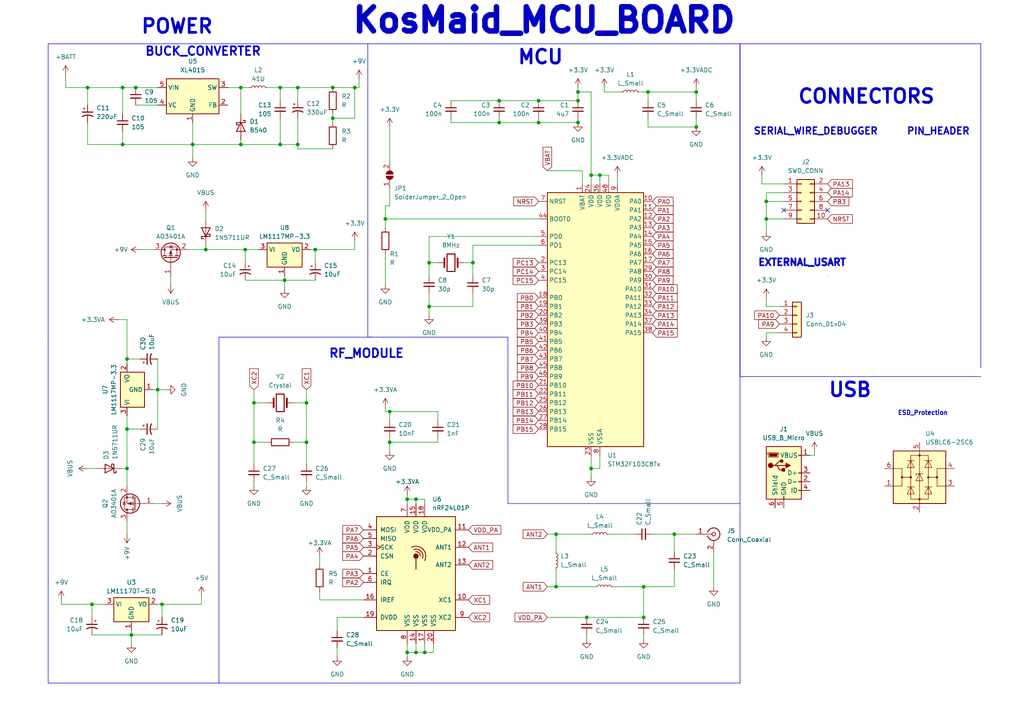
<source format=kicad_sch>
(kicad_sch (version 20230121) (generator eeschema)
  (paper "A4")
  (lib_symbols
    (symbol "Connector:Conn_Coaxial" (pin_names (offset 1.016) hide)
      (property "Reference" "J" (at 0.254 3.048 0))
      (property "Value" "Conn_Coaxial" (at 2.921 0 90))
      (symbol "Conn_Coaxial_1_1"
        (pin passive line (at -5.08 0 0) (length 2.54) (name "In") (number "1"))
        (pin passive line (at 0 -5.08 90) (length 2.54) (name "Ext") (number "2"))
      )
    )
    (symbol "Connector:Screw_Terminal_01x02" (pin_names (offset 1.016) hide)
      (property "Reference" "J" (at 0 2.54 0))
      (property "Value" "Screw_Terminal_01x02" (at 0 -5.08 0))
      (symbol "Screw_Terminal_01x02_1_1"
        (pin passive line (at -5.08 0 0) (length 3.81) (name "Pin_1") (number "1"))
        (pin passive line (at -5.08 -2.54 0) (length 3.81) (name "Pin_2") (number "2"))
      )
    )
    (symbol "Connector:USB_B_Micro" (pin_names (offset 1.016))
      (property "Reference" "J" (at -5.08 11.43 0))
      (property "Value" "USB_B_Micro" (at -5.08 8.89 0))
      (symbol "USB_B_Micro_1_1"
        (pin power_out line (at 7.62 5.08 180) (length 2.54) (name "VBUS") (number "1"))
        (pin bidirectional line (at 7.62 -2.54 180) (length 2.54) (name "D-") (number "2"))
        (pin bidirectional line (at 7.62 0 180) (length 2.54) (name "D+") (number "3"))
        (pin passive line (at 7.62 -5.08 180) (length 2.54) (name "ID") (number "4"))
        (pin power_out line (at 0 -10.16 90) (length 2.54) (name "GND") (number "5"))
        (pin passive line (at -2.54 -10.16 90) (length 2.54) (name "Shield") (number "6"))
      )
    )
    (symbol "Connector_Generic:Conn_01x04" (pin_names (offset 1.016) hide)
      (property "Reference" "J" (at 0 5.08 0))
      (property "Value" "Conn_01x04" (at 0 -7.62 0))
      (symbol "Conn_01x04_1_1"
        (pin passive line (at -5.08 2.54 0) (length 3.81) (name "Pin_1") (number "1"))
        (pin passive line (at -5.08 0 0) (length 3.81) (name "Pin_2") (number "2"))
        (pin passive line (at -5.08 -2.54 0) (length 3.81) (name "Pin_3") (number "3"))
        (pin passive line (at -5.08 -5.08 0) (length 3.81) (name "Pin_4") (number "4"))
      )
    )
    (symbol "Connector_Generic:Conn_02x05_Odd_Even" (pin_names (offset 1.016) hide)
      (property "Reference" "J" (at 1.27 7.62 0))
      (property "Value" "Conn_02x05_Odd_Even" (at 1.27 -7.62 0))
      (symbol "Conn_02x05_Odd_Even_1_1"
        (pin passive line (at -5.08 5.08 0) (length 3.81) (name "Pin_1") (number "1"))
        (pin passive line (at 7.62 -5.08 180) (length 3.81) (name "Pin_10") (number "10"))
        (pin passive line (at 7.62 5.08 180) (length 3.81) (name "Pin_2") (number "2"))
        (pin passive line (at -5.08 2.54 0) (length 3.81) (name "Pin_3") (number "3"))
        (pin passive line (at 7.62 2.54 180) (length 3.81) (name "Pin_4") (number "4"))
        (pin passive line (at -5.08 0 0) (length 3.81) (name "Pin_5") (number "5"))
        (pin passive line (at 7.62 0 180) (length 3.81) (name "Pin_6") (number "6"))
        (pin passive line (at -5.08 -2.54 0) (length 3.81) (name "Pin_7") (number "7"))
        (pin passive line (at 7.62 -2.54 180) (length 3.81) (name "Pin_8") (number "8"))
        (pin passive line (at -5.08 -5.08 0) (length 3.81) (name "Pin_9") (number "9"))
      )
    )
    (symbol "Device:C_Polarized_Small_US" (pin_numbers hide) (pin_names (offset 0.254) hide)
      (property "Reference" "C" (at 0.254 1.778 0))
      (property "Value" "C_Polarized_Small_US" (at 0.254 -2.032 0))
      (symbol "C_Polarized_Small_US_1_1"
        (pin passive line (at 0 2.54 270) (length 2.032) (name "~") (number "1"))
        (pin passive line (at 0 -2.54 90) (length 2.032) (name "~") (number "2"))
      )
    )
    (symbol "Device:C_Small" (pin_numbers hide) (pin_names (offset 0.254) hide)
      (property "Reference" "C" (at 0.254 1.778 0))
      (property "Value" "C_Small" (at 0.254 -2.032 0))
      (symbol "C_Small_1_1"
        (pin passive line (at 0 2.54 270) (length 2.032) (name "~") (number "1"))
        (pin passive line (at 0 -2.54 90) (length 2.032) (name "~") (number "2"))
      )
    )
    (symbol "Device:Crystal" (pin_numbers hide) (pin_names (offset 1.016) hide)
      (property "Reference" "Y" (at 0 3.81 0))
      (property "Value" "Crystal" (at 0 -3.81 0))
      (symbol "Crystal_1_1"
        (pin passive line (at -3.81 0 0) (length 1.27) (name "1") (number "1"))
        (pin passive line (at 3.81 0 180) (length 1.27) (name "2") (number "2"))
      )
    )
    (symbol "Device:D_Schottky" (pin_numbers hide) (pin_names (offset 1.016) hide)
      (property "Reference" "D" (at 0 2.54 0))
      (property "Value" "D_Schottky" (at 0 -2.54 0))
      (symbol "D_Schottky_1_1"
        (pin passive line (at -3.81 0 0) (length 2.54) (name "K") (number "1"))
        (pin passive line (at 3.81 0 180) (length 2.54) (name "A") (number "2"))
      )
    )
    (symbol "Device:L_Small" (pin_numbers hide) (pin_names (offset 0.254) hide)
      (property "Reference" "L" (at 0.762 1.016 0))
      (property "Value" "L_Small" (at 0.762 -1.016 0))
      (symbol "L_Small_1_1"
        (pin passive line (at 0 2.54 270) (length 0.508) (name "~") (number "1"))
        (pin passive line (at 0 -2.54 90) (length 0.508) (name "~") (number "2"))
      )
    )
    (symbol "Device:R" (pin_numbers hide) (pin_names (offset 0))
      (property "Reference" "R" (at 2.032 0 90))
      (property "Value" "R" (at 0 0 90))
      (symbol "R_1_1"
        (pin passive line (at 0 3.81 270) (length 1.27) (name "~") (number "1"))
        (pin passive line (at 0 -3.81 90) (length 1.27) (name "~") (number "2"))
      )
    )
    (symbol "Diode:1N5711UR" (pin_numbers hide) (pin_names (offset 1.016) hide)
      (property "Reference" "D" (at 0 2.54 0))
      (property "Value" "1N5711UR" (at 0 -2.54 0))
      (symbol "1N5711UR_1_1"
        (pin passive line (at -3.81 0 0) (length 2.54) (name "K") (number "1"))
        (pin passive line (at 3.81 0 180) (length 2.54) (name "A") (number "2"))
      )
    )
    (symbol "Jumper:SolderJumper_2_Open" (pin_names (offset 0) hide)
      (property "Reference" "JP" (at 0 2.032 0))
      (property "Value" "SolderJumper_2_Open" (at 0 -2.54 0))
      (symbol "SolderJumper_2_Open_1_1"
        (pin passive line (at -3.81 0 0) (length 2.54) (name "A") (number "1"))
        (pin passive line (at 3.81 0 180) (length 2.54) (name "B") (number "2"))
      )
    )
    (symbol "MCU_ST_STM32F1:STM32F103C8Tx"
      (property "Reference" "U" (at -12.7 39.37 0))
      (property "Value" "STM32F103C8Tx" (at 10.16 39.37 0))
      (symbol "STM32F103C8Tx_1_1"
        (pin power_in line (at -2.54 40.64 270) (length 2.54) (name "VBAT") (number "1"))
        (pin bidirectional line (at 17.78 35.56 180) (length 2.54) (name "PA0") (number "10"))
        (pin bidirectional line (at 17.78 33.02 180) (length 2.54) (name "PA1") (number "11"))
        (pin bidirectional line (at 17.78 30.48 180) (length 2.54) (name "PA2") (number "12"))
        (pin bidirectional line (at 17.78 27.94 180) (length 2.54) (name "PA3") (number "13"))
        (pin bidirectional line (at 17.78 25.4 180) (length 2.54) (name "PA4") (number "14"))
        (pin bidirectional line (at 17.78 22.86 180) (length 2.54) (name "PA5") (number "15"))
        (pin bidirectional line (at 17.78 20.32 180) (length 2.54) (name "PA6") (number "16"))
        (pin bidirectional line (at 17.78 17.78 180) (length 2.54) (name "PA7") (number "17"))
        (pin bidirectional line (at -15.24 7.62 0) (length 2.54) (name "PB0") (number "18"))
        (pin bidirectional line (at -15.24 5.08 0) (length 2.54) (name "PB1") (number "19"))
        (pin bidirectional line (at -15.24 17.78 0) (length 2.54) (name "PC13") (number "2"))
        (pin bidirectional line (at -15.24 2.54 0) (length 2.54) (name "PB2") (number "20"))
        (pin bidirectional line (at -15.24 -17.78 0) (length 2.54) (name "PB10") (number "21"))
        (pin bidirectional line (at -15.24 -20.32 0) (length 2.54) (name "PB11") (number "22"))
        (pin power_in line (at 0 -38.1 90) (length 2.54) (name "VSS") (number "23"))
        (pin power_in line (at 0 40.64 270) (length 2.54) (name "VDD") (number "24"))
        (pin bidirectional line (at -15.24 -22.86 0) (length 2.54) (name "PB12") (number "25"))
        (pin bidirectional line (at -15.24 -25.4 0) (length 2.54) (name "PB13") (number "26"))
        (pin bidirectional line (at -15.24 -27.94 0) (length 2.54) (name "PB14") (number "27"))
        (pin bidirectional line (at -15.24 -30.48 0) (length 2.54) (name "PB15") (number "28"))
        (pin bidirectional line (at 17.78 15.24 180) (length 2.54) (name "PA8") (number "29"))
        (pin bidirectional line (at -15.24 15.24 0) (length 2.54) (name "PC14") (number "3"))
        (pin bidirectional line (at 17.78 12.7 180) (length 2.54) (name "PA9") (number "30"))
        (pin bidirectional line (at 17.78 10.16 180) (length 2.54) (name "PA10") (number "31"))
        (pin bidirectional line (at 17.78 7.62 180) (length 2.54) (name "PA11") (number "32"))
        (pin bidirectional line (at 17.78 5.08 180) (length 2.54) (name "PA12") (number "33"))
        (pin bidirectional line (at 17.78 2.54 180) (length 2.54) (name "PA13") (number "34"))
        (pin passive line (at 0 -38.1 90) (length 2.54) hide (name "VSS") (number "35"))
        (pin power_in line (at 2.54 40.64 270) (length 2.54) (name "VDD") (number "36"))
        (pin bidirectional line (at 17.78 0 180) (length 2.54) (name "PA14") (number "37"))
        (pin bidirectional line (at 17.78 -2.54 180) (length 2.54) (name "PA15") (number "38"))
        (pin bidirectional line (at -15.24 0 0) (length 2.54) (name "PB3") (number "39"))
        (pin bidirectional line (at -15.24 12.7 0) (length 2.54) (name "PC15") (number "4"))
        (pin bidirectional line (at -15.24 -2.54 0) (length 2.54) (name "PB4") (number "40"))
        (pin bidirectional line (at -15.24 -5.08 0) (length 2.54) (name "PB5") (number "41"))
        (pin bidirectional line (at -15.24 -7.62 0) (length 2.54) (name "PB6") (number "42"))
        (pin bidirectional line (at -15.24 -10.16 0) (length 2.54) (name "PB7") (number "43"))
        (pin input line (at -15.24 30.48 0) (length 2.54) (name "BOOT0") (number "44"))
        (pin bidirectional line (at -15.24 -12.7 0) (length 2.54) (name "PB8") (number "45"))
        (pin bidirectional line (at -15.24 -15.24 0) (length 2.54) (name "PB9") (number "46"))
        (pin passive line (at 0 -38.1 90) (length 2.54) hide (name "VSS") (number "47"))
        (pin power_in line (at 5.08 40.64 270) (length 2.54) (name "VDD") (number "48"))
        (pin bidirectional line (at -15.24 25.4 0) (length 2.54) (name "PD0") (number "5"))
        (pin bidirectional line (at -15.24 22.86 0) (length 2.54) (name "PD1") (number "6"))
        (pin input line (at -15.24 35.56 0) (length 2.54) (name "NRST") (number "7"))
        (pin power_in line (at 2.54 -38.1 90) (length 2.54) (name "VSSA") (number "8"))
        (pin power_in line (at 7.62 40.64 270) (length 2.54) (name "VDDA") (number "9"))
      )
    )
    (symbol "Power_Protection:USBLC6-2SC6" (pin_names hide)
      (property "Reference" "U" (at 2.54 8.89 0))
      (property "Value" "USBLC6-2SC6" (at 2.54 -8.89 0))
      (symbol "USBLC6-2SC6_1_1"
        (pin passive line (at -10.16 -2.54 0) (length 2.54) (name "I/O1") (number "1"))
        (pin passive line (at 0 -10.16 90) (length 2.54) (name "GND") (number "2"))
        (pin passive line (at 10.16 -2.54 180) (length 2.54) (name "I/O2") (number "3"))
        (pin passive line (at 10.16 2.54 180) (length 2.54) (name "I/O2") (number "4"))
        (pin passive line (at 0 10.16 270) (length 2.54) (name "VBUS") (number "5"))
        (pin passive line (at -10.16 2.54 0) (length 2.54) (name "I/O1") (number "6"))
      )
    )
    (symbol "RF:nRF24L01P" (pin_names (offset 1.016))
      (property "Reference" "U" (at -11.43 17.78 0))
      (property "Value" "nRF24L01P" (at 5.08 17.78 0))
      (symbol "nRF24L01P_1_1"
        (pin input line (at -15.24 0 0) (length 3.81) (name "CE") (number "1"))
        (pin passive line (at 15.24 -7.62 180) (length 3.81) (name "XC1") (number "10"))
        (pin power_out line (at 15.24 12.7 180) (length 3.81) (name "VDD_PA") (number "11"))
        (pin passive line (at 15.24 7.62 180) (length 3.81) (name "ANT1") (number "12"))
        (pin passive line (at 15.24 2.54 180) (length 3.81) (name "ANT2") (number "13"))
        (pin power_in line (at 0 -20.32 90) (length 3.81) (name "VSS") (number "14"))
        (pin power_in line (at 0 20.32 270) (length 3.81) (name "VDD") (number "15"))
        (pin passive line (at -15.24 -7.62 0) (length 3.81) (name "IREF") (number "16"))
        (pin power_in line (at 2.54 -20.32 90) (length 3.81) (name "VSS") (number "17"))
        (pin power_in line (at 2.54 20.32 270) (length 3.81) (name "VDD") (number "18"))
        (pin power_out line (at -15.24 -12.7 0) (length 3.81) (name "DVDD") (number "19"))
        (pin input line (at -15.24 5.08 0) (length 3.81) (name "CSN") (number "2"))
        (pin power_in line (at 5.08 -20.32 90) (length 3.81) (name "VSS") (number "20"))
        (pin input clock (at -15.24 7.62 0) (length 3.81) (name "SCK") (number "3"))
        (pin input line (at -15.24 12.7 0) (length 3.81) (name "MOSI") (number "4"))
        (pin output line (at -15.24 10.16 0) (length 3.81) (name "MISO") (number "5"))
        (pin output line (at -15.24 -2.54 0) (length 3.81) (name "IRQ") (number "6"))
        (pin power_in line (at -2.54 20.32 270) (length 3.81) (name "VDD") (number "7"))
        (pin power_in line (at -2.54 -20.32 90) (length 3.81) (name "VSS") (number "8"))
        (pin passive line (at 15.24 -12.7 180) (length 3.81) (name "XC2") (number "9"))
      )
    )
    (symbol "Regulator_Linear:LM1117DT-5.0"
      (property "Reference" "U" (at -3.81 3.175 0))
      (property "Value" "LM1117DT-5.0" (at 0 3.175 0))
      (symbol "LM1117DT-5.0_1_1"
        (pin power_in line (at 0 -7.62 90) (length 2.54) (name "GND") (number "1"))
        (pin power_out line (at 7.62 0 180) (length 2.54) (name "VO") (number "2"))
        (pin power_in line (at -7.62 0 0) (length 2.54) (name "VI") (number "3"))
      )
    )
    (symbol "Regulator_Linear:LM1117MP-3.3"
      (property "Reference" "U" (at -3.81 3.175 0))
      (property "Value" "LM1117MP-3.3" (at 0 3.175 0))
      (symbol "LM1117MP-3.3_1_1"
        (pin power_in line (at 0 -7.62 90) (length 2.54) (name "GND") (number "1"))
        (pin power_out line (at 7.62 0 180) (length 2.54) (name "VO") (number "2"))
        (pin power_in line (at -7.62 0 0) (length 2.54) (name "VI") (number "3"))
      )
    )
    (symbol "Regulator_Switching:XL4015"
      (property "Reference" "U?" (at -6.35 6.35 0))
      (property "Value" "XL4015" (at 6.35 6.35 0))
      (symbol "XL4015_1_1"
        (pin power_in line (at 0 -7.62 90) (length 2.54) (name "GND") (number "1"))
        (pin input line (at 10.16 -2.54 180) (length 2.54) (name "FB") (number "2"))
        (pin power_out line (at 10.16 2.54 180) (length 2.54) (name "SW") (number "3"))
        (pin input line (at -10.16 -2.54 0) (length 2.54) (name "VC") (number "4"))
        (pin power_in line (at -10.16 2.54 0) (length 2.54) (name "VIN") (number "5"))
      )
    )
    (symbol "Transistor_FET:AO3401A" (pin_names hide)
      (property "Reference" "Q" (at 5.08 1.905 0))
      (property "Value" "AO3401A" (at 5.08 0 0))
      (symbol "AO3401A_1_1"
        (pin input line (at -5.08 0 0) (length 2.54) (name "G") (number "1"))
        (pin passive line (at 2.54 -5.08 90) (length 2.54) (name "S") (number "2"))
        (pin passive line (at 2.54 5.08 270) (length 2.54) (name "D") (number "3"))
      )
    )
    (symbol "power:+3.3V" (power) (pin_names (offset 0))
      (property "Value" "+3.3V" (at 0 3.556 0))
      (symbol "+3.3V_1_1"
        (pin power_in line (at 0 0 90) (length 0) hide (name "+3.3V") (number "1"))
      )
    )
    (symbol "power:+3.3VA" (power) (pin_names (offset 0))
      (property "Value" "+3.3VA" (at 0 3.556 0))
      (symbol "+3.3VA_1_1"
        (pin power_in line (at 0 0 90) (length 0) hide (name "+3.3VA") (number "1"))
      )
    )
    (symbol "power:+3.3VADC" (power) (pin_names (offset 0))
      (property "Value" "+3.3VADC" (at 0 2.54 0))
      (symbol "+3.3VADC_0_0"
        (pin power_in line (at 0 0 90) (length 0) hide (name "+3.3VADC") (number "1"))
      )
    )
    (symbol "power:+5V" (power) (pin_names (offset 0))
      (property "Value" "+5V" (at 0 3.556 0))
      (symbol "+5V_1_1"
        (pin power_in line (at 0 0 90) (length 0) hide (name "+5V") (number "1"))
      )
    )
    (symbol "power:+9V" (power) (pin_names (offset 0))
      (property "Value" "+9V" (at 0 3.556 0))
      (symbol "+9V_1_1"
        (pin power_in line (at 0 0 90) (length 0) hide (name "+9V") (number "1"))
      )
    )
    (symbol "power:+BATT" (power) (pin_names (offset 0))
      (property "Value" "+BATT" (at 0 3.556 0))
      (symbol "+BATT_1_1"
        (pin power_in line (at 0 0 90) (length 0) hide (name "+BATT") (number "1"))
      )
    )
    (symbol "power:GND" (power) (pin_names (offset 0))
      (property "Value" "GND" (at 0 -3.81 0))
      (symbol "GND_1_1"
        (pin power_in line (at 0 0 270) (length 0) hide (name "GND") (number "1"))
      )
    )
    (symbol "power:VBUS" (power) (pin_names (offset 0))
      (property "Value" "VBUS" (at 0 3.81 0))
      (symbol "VBUS_1_1"
        (pin power_in line (at 0 0 90) (length 0) hide (name "VBUS") (number "1"))
      )
    )
  )
  (junction (at 144.78 35.56))
  (junction (at 167.64 26.67))
  (junction (at 118.11 189.23))
  (junction (at 38.1 184.15))
  (junction (at 82.55 81.28))
  (junction (at 161.29 154.94))
  (junction (at 124.46 88.9))
  (junction (at 69.85 25.4))
  (junction (at 173.99 50.8))
  (junction (at 156.21 29.21))
  (junction (at 73.66 116.84))
  (junction (at 69.85 41.91))
  (junction (at 120.65 189.23))
  (junction (at 35.56 25.4))
  (junction (at 144.78 29.21))
  (junction (at 71.12 72.39))
  (junction (at 120.65 144.78))
  (junction (at 59.69 72.39))
  (junction (at 170.18 179.07))
  (junction (at 39.37 25.4))
  (junction (at 171.45 50.8))
  (junction (at 187.96 26.67))
  (junction (at 55.88 41.91))
  (junction (at 35.56 41.91))
  (junction (at 86.36 41.91))
  (junction (at 36.83 104.14))
  (junction (at 222.25 63.5))
  (junction (at 195.58 154.94))
  (junction (at 167.64 35.56))
  (junction (at 36.83 124.46))
  (junction (at 222.25 58.42))
  (junction (at 167.64 29.21))
  (junction (at 96.52 25.4))
  (junction (at 102.87 25.4))
  (junction (at 86.36 25.4))
  (junction (at 111.76 63.5))
  (junction (at 156.21 35.56))
  (junction (at 161.29 170.18))
  (junction (at 113.03 119.38))
  (junction (at 88.9 128.27))
  (junction (at 137.16 76.2))
  (junction (at 186.69 170.18))
  (junction (at 186.69 179.07))
  (junction (at 113.03 128.27))
  (junction (at 81.28 25.4))
  (junction (at 36.83 135.89))
  (junction (at 201.93 36.83))
  (junction (at 45.72 113.03))
  (junction (at 171.45 135.89))
  (junction (at 123.19 189.23))
  (junction (at 88.9 116.84))
  (junction (at 26.67 175.26))
  (junction (at 46.99 175.26))
  (junction (at 201.93 26.67))
  (junction (at 118.11 144.78))
  (junction (at 96.52 34.29))
  (junction (at 124.46 76.2))
  (junction (at 81.28 41.91))
  (junction (at 91.44 72.39))
  (junction (at 25.4 25.4))
  (junction (at 73.66 128.27))
  (no_connect (at 227.33 60.96))
  (no_connect (at 240.03 60.96))
  (wire (pts (xy 102.87 34.29) (xy 102.87 25.4)))
  (wire (pts (xy 36.83 140.97) (xy 36.83 135.89)))
  (wire (pts (xy 97.79 182.88) (xy 97.79 179.07)))
  (wire (pts (xy 123.19 189.23) (xy 120.65 189.23)))
  (wire (pts (xy 170.18 179.07) (xy 186.69 179.07)))
  (polyline (pts (xy 63.5 198.12) (xy 104.14 198.12)))
  (wire (pts (xy 222.25 58.42) (xy 222.25 63.5)))
  (polyline (pts (xy 63.5 97.79) (xy 107.95 97.79)))
  (wire (pts (xy 46.99 175.26) (xy 46.99 179.07)))
  (wire (pts (xy 186.69 184.15) (xy 186.69 185.42)))
  (polyline (pts (xy 284.48 106.68) (xy 284.48 12.7)))
  (wire (pts (xy 177.8 170.18) (xy 186.69 170.18)))
  (wire (pts (xy 55.88 41.91) (xy 69.85 41.91)))
  (wire (pts (xy 58.42 172.72) (xy 58.42 175.26)))
  (wire (pts (xy 195.58 154.94) (xy 195.58 160.02)))
  (wire (pts (xy 45.72 124.46) (xy 45.72 113.03)))
  (wire (pts (xy 69.85 40.64) (xy 69.85 41.91)))
  (wire (pts (xy 176.53 53.34) (xy 176.53 50.8)))
  (wire (pts (xy 91.44 72.39) (xy 102.87 72.39)))
  (wire (pts (xy 36.83 124.46) (xy 36.83 135.89)))
  (wire (pts (xy 17.78 173.99) (xy 17.78 175.26)))
  (wire (pts (xy 44.45 146.05) (xy 46.99 146.05)))
  (wire (pts (xy 124.46 68.58) (xy 124.46 76.2)))
  (wire (pts (xy 38.1 184.15) (xy 46.99 184.15)))
  (wire (pts (xy 195.58 154.94) (xy 201.93 154.94)))
  (wire (pts (xy 35.56 135.89) (xy 36.83 135.89)))
  (wire (pts (xy 167.64 26.67) (xy 171.45 26.67)))
  (wire (pts (xy 158.75 154.94) (xy 161.29 154.94)))
  (wire (pts (xy 113.03 36.83) (xy 113.03 46.99)))
  (wire (pts (xy 36.83 124.46) (xy 40.64 124.46)))
  (wire (pts (xy 111.76 59.69) (xy 111.76 63.5)))
  (wire (pts (xy 90.17 72.39) (xy 91.44 72.39)))
  (wire (pts (xy 120.65 144.78) (xy 118.11 144.78)))
  (wire (pts (xy 97.79 179.07) (xy 105.41 179.07)))
  (wire (pts (xy 161.29 154.94) (xy 171.45 154.94)))
  (wire (pts (xy 36.83 154.94) (xy 36.83 151.13)))
  (wire (pts (xy 96.52 34.29) (xy 96.52 35.56)))
  (wire (pts (xy 105.41 173.99) (xy 92.71 173.99)))
  (polyline (pts (xy 147.32 97.79) (xy 147.32 146.05)))
  (wire (pts (xy 222.25 63.5) (xy 222.25 67.31)))
  (wire (pts (xy 124.46 88.9) (xy 124.46 91.44)))
  (wire (pts (xy 38.1 184.15) (xy 38.1 186.69)))
  (wire (pts (xy 118.11 189.23) (xy 118.11 186.69)))
  (wire (pts (xy 222.25 63.5) (xy 227.33 63.5)))
  (wire (pts (xy 222.25 58.42) (xy 227.33 58.42)))
  (wire (pts (xy 187.96 26.67) (xy 187.96 29.21)))
  (wire (pts (xy 54.61 72.39) (xy 59.69 72.39)))
  (wire (pts (xy 189.23 154.94) (xy 195.58 154.94)))
  (wire (pts (xy 171.45 50.8) (xy 171.45 53.34)))
  (wire (pts (xy 66.04 25.4) (xy 69.85 25.4)))
  (wire (pts (xy 111.76 63.5) (xy 156.21 63.5)))
  (wire (pts (xy 185.42 26.67) (xy 187.96 26.67)))
  (wire (pts (xy 220.98 50.8) (xy 220.98 53.34)))
  (wire (pts (xy 88.9 139.7) (xy 88.9 140.97)))
  (wire (pts (xy 171.45 135.89) (xy 171.45 138.43)))
  (wire (pts (xy 36.83 105.41) (xy 36.83 104.14)))
  (wire (pts (xy 144.78 34.29) (xy 144.78 35.56)))
  (wire (pts (xy 92.71 171.45) (xy 92.71 173.99)))
  (wire (pts (xy 55.88 41.91) (xy 55.88 45.72)))
  (wire (pts (xy 44.45 113.03) (xy 45.72 113.03)))
  (polyline (pts (xy 109.22 99.06) (xy 109.22 99.06)))
  (wire (pts (xy 82.55 80.01) (xy 82.55 81.28)))
  (wire (pts (xy 25.4 135.89) (xy 27.94 135.89)))
  (wire (pts (xy 38.1 182.88) (xy 38.1 184.15)))
  (polyline (pts (xy 214.63 12.7) (xy 284.48 12.7)))
  (wire (pts (xy 77.47 25.4) (xy 81.28 25.4)))
  (wire (pts (xy 226.06 88.9) (xy 222.25 88.9)))
  (wire (pts (xy 220.98 53.34) (xy 227.33 53.34)))
  (wire (pts (xy 36.83 104.14) (xy 36.83 92.71)))
  (wire (pts (xy 173.99 50.8) (xy 173.99 53.34)))
  (wire (pts (xy 96.52 34.29) (xy 102.87 34.29)))
  (wire (pts (xy 35.56 41.91) (xy 55.88 41.91)))
  (wire (pts (xy 71.12 72.39) (xy 71.12 76.2)))
  (wire (pts (xy 137.16 71.12) (xy 156.21 71.12)))
  (wire (pts (xy 123.19 144.78) (xy 120.65 144.78)))
  (polyline (pts (xy 106.68 12.7) (xy 214.63 12.7)))
  (wire (pts (xy 187.96 26.67) (xy 201.93 26.67)))
  (wire (pts (xy 26.67 175.26) (xy 26.67 179.07)))
  (wire (pts (xy 91.44 72.39) (xy 91.44 76.2)))
  (wire (pts (xy 158.75 179.07) (xy 170.18 179.07)))
  (wire (pts (xy 171.45 132.08) (xy 171.45 135.89)))
  (wire (pts (xy 73.66 128.27) (xy 77.47 128.27)))
  (wire (pts (xy 226.06 96.52) (xy 222.25 96.52)))
  (polyline (pts (xy 13.97 12.7) (xy 106.68 12.7)))
  (wire (pts (xy 187.96 34.29) (xy 187.96 36.83)))
  (wire (pts (xy 45.72 113.03) (xy 48.26 113.03)))
  (wire (pts (xy 40.64 72.39) (xy 44.45 72.39)))
  (wire (pts (xy 30.48 175.26) (xy 26.67 175.26)))
  (wire (pts (xy 55.88 35.56) (xy 55.88 41.91)))
  (wire (pts (xy 81.28 25.4) (xy 86.36 25.4)))
  (wire (pts (xy -17.78 58.42) (xy -17.78 59.69)))
  (wire (pts (xy 175.26 25.4) (xy 175.26 26.67)))
  (wire (pts (xy 81.28 41.91) (xy 86.36 41.91)))
  (wire (pts (xy 176.53 154.94) (xy 184.15 154.94)))
  (wire (pts (xy 222.25 55.88) (xy 222.25 58.42)))
  (polyline (pts (xy 63.5 97.79) (xy 63.5 198.12)))
  (wire (pts (xy 127 119.38) (xy 127 121.92)))
  (wire (pts (xy 227.33 55.88) (xy 222.25 55.88)))
  (wire (pts (xy 59.69 60.96) (xy 59.69 63.5)))
  (wire (pts (xy 25.4 25.4) (xy 35.56 25.4)))
  (wire (pts (xy 45.72 175.26) (xy 46.99 175.26)))
  (wire (pts (xy 161.29 165.1) (xy 161.29 170.18)))
  (wire (pts (xy 156.21 68.58) (xy 124.46 68.58)))
  (wire (pts (xy 156.21 34.29) (xy 156.21 35.56)))
  (wire (pts (xy 137.16 76.2) (xy 137.16 71.12)))
  (wire (pts (xy 88.9 113.03) (xy 88.9 116.84)))
  (wire (pts (xy 222.25 86.36) (xy 222.25 88.9)))
  (wire (pts (xy 137.16 80.01) (xy 137.16 76.2)))
  (wire (pts (xy 170.18 184.15) (xy 170.18 185.42)))
  (wire (pts (xy 234.95 132.08) (xy 236.22 132.08)))
  (wire (pts (xy 85.09 128.27) (xy 88.9 128.27)))
  (wire (pts (xy 161.29 160.02) (xy 161.29 154.94)))
  (wire (pts (xy 102.87 25.4) (xy 104.14 25.4)))
  (wire (pts (xy 130.81 35.56) (xy 130.81 34.29)))
  (wire (pts (xy 158.75 170.18) (xy 161.29 170.18)))
  (wire (pts (xy 186.69 170.18) (xy 195.58 170.18)))
  (wire (pts (xy 124.46 88.9) (xy 137.16 88.9)))
  (wire (pts (xy 111.76 59.69) (xy 113.03 59.69)))
  (wire (pts (xy 156.21 35.56) (xy 167.64 35.56)))
  (wire (pts (xy -20.32 58.42) (xy -17.78 58.42)))
  (wire (pts (xy 187.96 36.83) (xy 201.93 36.83)))
  (wire (pts (xy 36.83 120.65) (xy 36.83 124.46)))
  (wire (pts (xy -20.32 55.88) (xy -19.05 55.88)))
  (wire (pts (xy 124.46 76.2) (xy 127 76.2)))
  (wire (pts (xy 179.07 50.8) (xy 179.07 53.34)))
  (wire (pts (xy 125.73 186.69) (xy 125.73 189.23)))
  (wire (pts (xy 59.69 71.12) (xy 59.69 72.39)))
  (wire (pts (xy 69.85 25.4) (xy 72.39 25.4)))
  (wire (pts (xy 73.66 113.03) (xy 73.66 116.84)))
  (wire (pts (xy 86.36 34.29) (xy 86.36 41.91)))
  (wire (pts (xy 120.65 186.69) (xy 120.65 189.23)))
  (polyline (pts (xy 106.68 12.7) (xy 106.68 97.79)))
  (polyline (pts (xy 147.32 146.05) (xy 214.63 146.05)))
  (wire (pts (xy 201.93 26.67) (xy 201.93 29.21)))
  (polyline (pts (xy 214.63 198.12) (xy 214.63 12.7)))
  (wire (pts (xy 171.45 26.67) (xy 171.45 50.8)))
  (wire (pts (xy 81.28 25.4) (xy 81.28 29.21)))
  (polyline (pts (xy 13.97 53.34) (xy 13.97 12.7)))
  (wire (pts (xy 25.4 25.4) (xy 25.4 30.48)))
  (wire (pts (xy 171.45 135.89) (xy 173.99 135.89)))
  (wire (pts (xy 82.55 81.28) (xy 91.44 81.28)))
  (wire (pts (xy 222.25 96.52) (xy 222.25 97.79)))
  (wire (pts (xy 156.21 35.56) (xy 144.78 35.56)))
  (polyline (pts (xy 214.63 109.22) (xy 284.48 109.22)))
  (wire (pts (xy 82.55 81.28) (xy 82.55 83.82)))
  (wire (pts (xy 19.05 25.4) (xy 25.4 25.4)))
  (wire (pts (xy 201.93 36.83) (xy 201.93 34.29)))
  (wire (pts (xy 35.56 25.4) (xy 39.37 25.4)))
  (wire (pts (xy 86.36 43.18) (xy 96.52 43.18)))
  (wire (pts (xy 167.64 34.29) (xy 167.64 35.56)))
  (wire (pts (xy 26.67 184.15) (xy 38.1 184.15)))
  (wire (pts (xy 111.76 66.04) (xy 111.76 63.5)))
  (wire (pts (xy 113.03 128.27) (xy 113.03 127)))
  (wire (pts (xy 125.73 189.23) (xy 123.19 189.23)))
  (wire (pts (xy 85.09 116.84) (xy 88.9 116.84)))
  (wire (pts (xy 186.69 170.18) (xy 186.69 179.07)))
  (wire (pts (xy 39.37 30.48) (xy 45.72 30.48)))
  (wire (pts (xy 144.78 29.21) (xy 130.81 29.21)))
  (wire (pts (xy 81.28 34.29) (xy 81.28 41.91)))
  (wire (pts (xy 111.76 118.11) (xy 111.76 119.38)))
  (wire (pts (xy 71.12 81.28) (xy 82.55 81.28)))
  (wire (pts (xy 69.85 41.91) (xy 81.28 41.91)))
  (wire (pts (xy 86.36 25.4) (xy 96.52 25.4)))
  (polyline (pts (xy 13.97 97.79) (xy 13.97 198.12)))
  (wire (pts (xy 120.65 144.78) (xy 120.65 146.05)))
  (wire (pts (xy 49.53 80.01) (xy 49.53 82.55)))
  (wire (pts (xy 73.66 116.84) (xy 73.66 128.27)))
  (wire (pts (xy 97.79 187.96) (xy 97.79 190.5)))
  (wire (pts (xy 73.66 139.7) (xy 73.66 140.97)))
  (wire (pts (xy 124.46 85.09) (xy 124.46 88.9)))
  (wire (pts (xy 96.52 25.4) (xy 102.87 25.4)))
  (wire (pts (xy 111.76 119.38) (xy 113.03 119.38)))
  (wire (pts (xy 168.91 49.53) (xy 168.91 53.34)))
  (wire (pts (xy 127 127) (xy 127 128.27)))
  (wire (pts (xy 113.03 128.27) (xy 113.03 130.81)))
  (wire (pts (xy 25.4 41.91) (xy 35.56 41.91)))
  (wire (pts (xy 207.01 160.02) (xy 207.01 170.18)))
  (wire (pts (xy 118.11 144.78) (xy 118.11 146.05)))
  (wire (pts (xy 236.22 130.81) (xy 236.22 132.08)))
  (wire (pts (xy 35.56 38.1) (xy 35.56 41.91)))
  (wire (pts (xy 156.21 29.21) (xy 144.78 29.21)))
  (wire (pts (xy 36.83 104.14) (xy 40.64 104.14)))
  (wire (pts (xy 167.64 25.4) (xy 167.64 26.67)))
  (wire (pts (xy 201.93 25.4) (xy 201.93 26.67)))
  (wire (pts (xy 71.12 72.39) (xy 59.69 72.39)))
  (wire (pts (xy 118.11 143.51) (xy 118.11 144.78)))
  (wire (pts (xy 45.72 113.03) (xy 45.72 104.14)))
  (wire (pts (xy 113.03 119.38) (xy 127 119.38)))
  (wire (pts (xy 118.11 189.23) (xy 118.11 190.5)))
  (wire (pts (xy 34.29 92.71) (xy 36.83 92.71)))
  (polyline (pts (xy 104.14 198.12) (xy 214.63 198.12)))
  (wire (pts (xy 96.52 33.02) (xy 96.52 34.29)))
  (wire (pts (xy -19.05 53.34) (xy -19.05 55.88)))
  (wire (pts (xy 104.14 22.86) (xy 104.14 25.4)))
  (wire (pts (xy 173.99 132.08) (xy 173.99 135.89)))
  (wire (pts (xy 167.64 29.21) (xy 156.21 29.21)))
  (wire (pts (xy 39.37 25.4) (xy 45.72 25.4)))
  (wire (pts (xy 113.03 119.38) (xy 113.03 121.92)))
  (wire (pts (xy 158.75 49.53) (xy 168.91 49.53)))
  (wire (pts (xy 46.99 175.26) (xy 58.42 175.26)))
  (wire (pts (xy 175.26 26.67) (xy 180.34 26.67)))
  (wire (pts (xy 88.9 116.84) (xy 88.9 128.27)))
  (wire (pts (xy 123.19 146.05) (xy 123.19 144.78)))
  (wire (pts (xy 26.67 175.26) (xy 17.78 175.26)))
  (wire (pts (xy 77.47 116.84) (xy 73.66 116.84)))
  (wire (pts (xy 167.64 26.67) (xy 167.64 29.21)))
  (wire (pts (xy 134.62 76.2) (xy 137.16 76.2)))
  (wire (pts (xy 176.53 50.8) (xy 173.99 50.8)))
  (wire (pts (xy 111.76 73.66) (xy 111.76 82.55)))
  (polyline (pts (xy 13.97 53.34) (xy 13.97 97.79)))
  (wire (pts (xy 73.66 128.27) (xy 73.66 134.62)))
  (wire (pts (xy 74.93 72.39) (xy 71.12 72.39)))
  (wire (pts (xy 86.36 25.4) (xy 86.36 29.21)))
  (wire (pts (xy 88.9 128.27) (xy 88.9 134.62)))
  (wire (pts (xy 127 128.27) (xy 113.03 128.27)))
  (wire (pts (xy 86.36 43.18) (xy 86.36 41.91)))
  (wire (pts (xy 195.58 165.1) (xy 195.58 170.18)))
  (wire (pts (xy 92.71 161.29) (xy 92.71 163.83)))
  (wire (pts (xy 124.46 76.2) (xy 124.46 80.01)))
  (wire (pts (xy 25.4 35.56) (xy 25.4 41.91)))
  (wire (pts (xy 102.87 69.85) (xy 102.87 72.39)))
  (polyline (pts (xy 106.68 97.79) (xy 147.32 97.79)))
  (wire (pts (xy 113.03 59.69) (xy 113.03 54.61)))
  (polyline (pts (xy 214.63 12.7) (xy 214.63 109.22)))
  (wire (pts (xy 161.29 170.18) (xy 172.72 170.18)))
  (wire (pts (xy 19.05 21.59) (xy 19.05 25.4)))
  (wire (pts (xy 35.56 25.4) (xy 35.56 33.02)))
  (wire (pts (xy 137.16 88.9) (xy 137.16 85.09)))
  (wire (pts (xy 123.19 186.69) (xy 123.19 189.23)))
  (polyline (pts (xy 13.97 97.79) (xy 13.97 97.79)))
  (wire (pts (xy 120.65 189.23) (xy 118.11 189.23)))
  (wire (pts (xy 144.78 35.56) (xy 130.81 35.56)))
  (wire (pts (xy 173.99 50.8) (xy 171.45 50.8)))
  (wire (pts (xy 69.85 33.02) (xy 69.85 25.4)))
  (polyline (pts (xy 13.97 198.12) (xy 63.5 198.12)))
  (rectangle (start 240.03 80.01) (end 240.03 80.01))
  (rectangle (start 196.85 88.9) (end 196.85 88.9))
  (rectangle (start 107.95 170.18) (end 107.95 170.18))
  (text "KosMaid_MCU_BOARD" (at 101.6 10.16 0) (effects (font (size 7 7) (thickness 1.6) bold) (justify left bottom)))
  (text "BUCK_CONVERTER" (at 41.91 16.51 0) (effects (font (size 2.5 2.5) bold) (justify left bottom)))
  (text "USB" (at 240.03 115.57 0) (effects (font (size 4 4) bold) (justify left bottom)))
  (text "MCU" (at 149.86 19.05 0) (effects (font (size 4 4) bold) (justify left bottom)))
  (text "EXTERNAL_USART" (at 219.71 77.47 0) (effects (font (size 2 2) (thickness 0.5) bold) (justify left bottom)))
  (text "PIN_HEADER" (at 262.89 39.37 0) (effects (font (size 2 2) bold) (justify left bottom)))
  (text "RF_MODULE" (at 95.25 104.14 0) (effects (font (size 2.5 2.5) bold) (justify left bottom)))
  (text "SERIAL_WIRE_DEBUGGER" (at 218.44 39.37 0) (effects (font (size 2 2) bold) (justify left bottom)))
  (text "CONNECTORS" (at 231.14 30.48 0) (effects (font (size 4 4) bold) (justify left bottom)))
  (text "ESD_Protection" (at 260.35 120.65 0) (effects (font (size 1.27 1.27) bold) (justify left bottom)))
  (text "POWER" (at 40.64 10.16 0) (effects (font (size 4 4) bold) (justify left bottom)))
  (global_label "VDD_PA" (shape input) (at 158.75 179.07 180) (property "Intersheetrefs" "${INTERSHEET_REFS}" (effects hide)))
  (global_label "PA7" (shape input) (at 105.41 153.67 180) (property "Intersheetrefs" "${INTERSHEET_REFS}" (effects hide)))
  (global_label "PA8" (shape input) (at 189.23 78.74 0) (property "Intersheetrefs" "${INTERSHEET_REFS}" (effects hide)))
  (global_label "PB4" (shape input) (at 156.21 96.52 180) (property "Intersheetrefs" "${INTERSHEET_REFS}" (effects hide)))
  (global_label "PA0" (shape input) (at 189.23 58.42 0) (property "Intersheetrefs" "${INTERSHEET_REFS}" (effects hide)))
  (global_label "PA2" (shape input) (at 189.23 63.5 0) (property "Intersheetrefs" "${INTERSHEET_REFS}" (effects hide)))
  (global_label "NRST" (shape input) (at 240.03 63.5 0) (property "Intersheetrefs" "${INTERSHEET_REFS}" (effects hide)))
  (global_label "PA15" (shape input) (at 189.23 96.52 0) (property "Intersheetrefs" "${INTERSHEET_REFS}" (effects hide)))
  (global_label "PA5" (shape input) (at 189.23 71.12 0) (property "Intersheetrefs" "${INTERSHEET_REFS}" (effects hide)))
  (global_label "PB3" (shape input) (at 156.21 93.98 180) (property "Intersheetrefs" "${INTERSHEET_REFS}" (effects hide)))
  (global_label "PA10" (shape input) (at 189.23 83.82 0) (property "Intersheetrefs" "${INTERSHEET_REFS}" (effects hide)))
  (global_label "PB5" (shape input) (at 156.21 99.06 180) (property "Intersheetrefs" "${INTERSHEET_REFS}" (effects hide)))
  (global_label "NRST" (shape input) (at 156.21 58.42 180) (property "Intersheetrefs" "${INTERSHEET_REFS}" (effects hide)))
  (global_label "ANT2" (shape input) (at 135.89 163.83 0) (property "Intersheetrefs" "${INTERSHEET_REFS}" (effects hide)))
  (global_label "PA1" (shape input) (at 189.23 60.96 0) (property "Intersheetrefs" "${INTERSHEET_REFS}" (effects hide)))
  (global_label "PB12" (shape input) (at 156.21 116.84 180) (property "Intersheetrefs" "${INTERSHEET_REFS}" (effects hide)))
  (global_label "PB0" (shape input) (at 156.21 86.36 180) (property "Intersheetrefs" "${INTERSHEET_REFS}" (effects hide)))
  (global_label "PB15" (shape input) (at 156.21 124.46 180) (property "Intersheetrefs" "${INTERSHEET_REFS}" (effects hide)))
  (global_label "PB13" (shape input) (at 156.21 119.38 180) (property "Intersheetrefs" "${INTERSHEET_REFS}" (effects hide)))
  (global_label "PB10" (shape input) (at 156.21 111.76 180) (property "Intersheetrefs" "${INTERSHEET_REFS}" (effects hide)))
  (global_label "PA14" (shape input) (at 240.03 55.88 0) (property "Intersheetrefs" "${INTERSHEET_REFS}" (effects hide)))
  (global_label "PA9" (shape input) (at 226.06 93.98 180) (property "Intersheetrefs" "${INTERSHEET_REFS}" (effects hide)))
  (global_label "PA3" (shape input) (at 105.41 166.37 180) (property "Intersheetrefs" "${INTERSHEET_REFS}" (effects hide)))
  (global_label "VBAT" (shape input) (at 158.75 49.53 90) (property "Intersheetrefs" "${INTERSHEET_REFS}" (effects hide)))
  (global_label "PA5" (shape input) (at 105.41 158.75 180) (property "Intersheetrefs" "${INTERSHEET_REFS}" (effects hide)))
  (global_label "PA11" (shape input) (at 189.23 86.36 0) (property "Intersheetrefs" "${INTERSHEET_REFS}" (effects hide)))
  (global_label "PB3" (shape input) (at 240.03 58.42 0) (property "Intersheetrefs" "${INTERSHEET_REFS}" (effects hide)))
  (global_label "VDD_PA" (shape input) (at 135.89 153.67 0) (property "Intersheetrefs" "${INTERSHEET_REFS}" (effects hide)))
  (global_label "PC14" (shape input) (at 156.21 78.74 180) (property "Intersheetrefs" "${INTERSHEET_REFS}" (effects hide)))
  (global_label "PA4" (shape input) (at 189.23 68.58 0) (property "Intersheetrefs" "${INTERSHEET_REFS}" (effects hide)))
  (global_label "PA14" (shape input) (at 189.23 93.98 0) (property "Intersheetrefs" "${INTERSHEET_REFS}" (effects hide)))
  (global_label "PB9" (shape input) (at 156.21 109.22 180) (property "Intersheetrefs" "${INTERSHEET_REFS}" (effects hide)))
  (global_label "PB2" (shape input) (at 156.21 91.44 180) (property "Intersheetrefs" "${INTERSHEET_REFS}" (effects hide)))
  (global_label "ANT2" (shape input) (at 158.75 154.94 180) (property "Intersheetrefs" "${INTERSHEET_REFS}" (effects hide)))
  (global_label "PA7" (shape input) (at 189.23 76.2 0) (property "Intersheetrefs" "${INTERSHEET_REFS}" (effects hide)))
  (global_label "PC13" (shape input) (at 156.21 76.2 180) (property "Intersheetrefs" "${INTERSHEET_REFS}" (effects hide)))
  (global_label "XC1" (shape input) (at 88.9 113.03 90) (property "Intersheetrefs" "${INTERSHEET_REFS}" (effects hide)))
  (global_label "PC15" (shape input) (at 156.21 81.28 180) (property "Intersheetrefs" "${INTERSHEET_REFS}" (effects hide)))
  (global_label "XC2" (shape input) (at 135.89 179.07 0) (property "Intersheetrefs" "${INTERSHEET_REFS}" (effects hide)))
  (global_label "PA6" (shape input) (at 189.23 73.66 0) (property "Intersheetrefs" "${INTERSHEET_REFS}" (effects hide)))
  (global_label "PB1" (shape input) (at 156.21 88.9 180) (property "Intersheetrefs" "${INTERSHEET_REFS}" (effects hide)))
  (global_label "PB6" (shape input) (at 156.21 101.6 180) (property "Intersheetrefs" "${INTERSHEET_REFS}" (effects hide)))
  (global_label "PA4" (shape input) (at 105.41 161.29 180) (property "Intersheetrefs" "${INTERSHEET_REFS}" (effects hide)))
  (global_label "PA6" (shape input) (at 105.41 156.21 180) (property "Intersheetrefs" "${INTERSHEET_REFS}" (effects hide)))
  (global_label "ANT1" (shape input) (at 158.75 170.18 180) (property "Intersheetrefs" "${INTERSHEET_REFS}" (effects hide)))
  (global_label "ANT1" (shape input) (at 135.89 158.75 0) (property "Intersheetrefs" "${INTERSHEET_REFS}" (effects hide)))
  (global_label "PB14" (shape input) (at 156.21 121.92 180) (property "Intersheetrefs" "${INTERSHEET_REFS}" (effects hide)))
  (global_label "PA13" (shape input) (at 189.23 91.44 0) (property "Intersheetrefs" "${INTERSHEET_REFS}" (effects hide)))
  (global_label "PB11" (shape input) (at 156.21 114.3 180) (property "Intersheetrefs" "${INTERSHEET_REFS}" (effects hide)))
  (global_label "PB8" (shape input) (at 156.21 106.68 180) (property "Intersheetrefs" "${INTERSHEET_REFS}" (effects hide)))
  (global_label "XC1" (shape input) (at 135.89 173.99 0) (property "Intersheetrefs" "${INTERSHEET_REFS}" (effects hide)))
  (global_label "PA13" (shape input) (at 240.03 53.34 0) (property "Intersheetrefs" "${INTERSHEET_REFS}" (effects hide)))
  (global_label "PA10" (shape input) (at 226.06 91.44 180) (property "Intersheetrefs" "${INTERSHEET_REFS}" (effects hide)))
  (global_label "PB7" (shape input) (at 156.21 104.14 180) (property "Intersheetrefs" "${INTERSHEET_REFS}" (effects hide)))
  (global_label "PA2" (shape input) (at 105.41 168.91 180) (property "Intersheetrefs" "${INTERSHEET_REFS}" (effects hide)))
  (global_label "PA12" (shape input) (at 189.23 88.9 0) (property "Intersheetrefs" "${INTERSHEET_REFS}" (effects hide)))
  (global_label "PA9" (shape input) (at 189.23 81.28 0) (property "Intersheetrefs" "${INTERSHEET_REFS}" (effects hide)))
  (global_label "PA3" (shape input) (at 189.23 66.04 0) (property "Intersheetrefs" "${INTERSHEET_REFS}" (effects hide)))
  (global_label "XC2" (shape input) (at 73.66 113.03 90) (property "Intersheetrefs" "${INTERSHEET_REFS}" (effects hide)))
  (symbol (lib_id "power:VBUS") (at 49.53 82.55 180) (unit 1)
    (property "Reference" "#PWR041" (effects hide))
    (property "Value" "VBUS" (at 49.53 87.63 0))
  )
  (symbol (lib_id "power:GND") (at 171.45 138.43 0) (unit 1)
    (property "Reference" "#PWR03" (effects hide))
    (property "Value" "GND" (at 171.45 143.51 0))
  )
  (symbol (lib_id "Device:C_Small") (at 137.16 82.55 0) (unit 1)
    (property "Reference" "C7" (at 139.7 81.2863 0) (effects (justify left)))
    (property "Value" "30p" (at 139.7 83.8263 0) (effects (justify left)))
  )
  (symbol (lib_id "Device:C_Polarized_Small_US") (at 86.36 31.75 0) (unit 1)
    (property "Reference" "C12" (at 88.9 30.0482 0) (effects (justify left)))
    (property "Value" "330uF" (at 88.9 32.5882 0) (effects (justify left)))
  )
  (symbol (lib_id "power:VBUS") (at 25.4 135.89 90) (unit 1)
    (property "Reference" "#PWR044" (effects hide))
    (property "Value" "VBUS" (at 20.32 135.89 0))
  )
  (symbol (lib_id "power:+3.3VA") (at 34.29 92.71 90) (unit 1)
    (property "Reference" "#PWR047" (effects hide))
    (property "Value" "+3.3VA" (at 30.48 92.71 90) (effects (justify left)))
  )
  (symbol (lib_id "Connector:USB_B_Micro") (at 227.33 137.16 0) (unit 1)
    (property "Reference" "J1" (at 227.33 124.46 0))
    (property "Value" "USB_B_Micro" (at 227.33 127 0))
  )
  (symbol (lib_id "power:+3.3VA") (at 118.11 143.51 0) (unit 1)
    (property "Reference" "#PWR029" (effects hide))
    (property "Value" "+3.3VA" (at 118.11 139.7 0))
  )
  (symbol (lib_id "power:GND") (at 55.88 45.72 0) (unit 1)
    (property "Reference" "#PWR018" (effects hide))
    (property "Value" "GND" (at 55.88 50.8 0))
  )
  (symbol (lib_id "Device:C_Small") (at 195.58 162.56 0) (unit 1)
    (property "Reference" "C23" (at 198.12 161.2963 0) (effects (justify left)))
    (property "Value" "C_Small" (at 198.12 163.8363 0) (effects (justify left)))
  )
  (symbol (lib_id "power:+3.3V") (at 167.64 25.4 0) (mirror y) (unit 1)
    (property "Reference" "#PWR01" (effects hide))
    (property "Value" "+3.3V" (at 167.64 20.32 0))
  )
  (symbol (lib_id "Connector:Conn_Coaxial") (at 207.01 154.94 0) (unit 1)
    (property "Reference" "J5" (at 210.82 153.9632 0) (effects (justify left)))
    (property "Value" "Conn_Coaxial" (at 210.82 156.5032 0) (effects (justify left)))
    (property "Datasheet" " ~" (effects hide))
  )
  (symbol (lib_id "Device:C_Small") (at 97.79 185.42 0) (unit 1)
    (property "Reference" "C28" (at 100.33 184.1563 0) (effects (justify left)))
    (property "Value" "C_Small" (at 100.33 186.6963 0) (effects (justify left)))
  )
  (symbol (lib_id "Device:C_Polarized_Small_US") (at 91.44 78.74 0) (unit 1)
    (property "Reference" "C15" (at 93.98 77.0382 0) (effects (justify left)))
    (property "Value" "10uF" (at 93.98 79.5782 0) (effects (justify left)))
  )
  (symbol (lib_id "Device:C_Small") (at 201.93 31.75 0) (unit 1)
    (property "Reference" "C6" (at 204.47 30.4863 0) (effects (justify left)))
    (property "Value" "C_Small" (at 204.47 33.0263 0) (effects (justify left)))
  )
  (symbol (lib_id "Device:C_Polarized_Small_US") (at 43.18 104.14 90) (unit 1)
    (property "Reference" "C30" (at 41.4782 101.6 0) (effects (justify left)))
    (property "Value" "10uF" (at 44.0182 101.6 0) (effects (justify left)))
  )
  (symbol (lib_id "Device:C_Small") (at 35.56 35.56 0) (unit 1)
    (property "Reference" "C10" (at 38.1 34.2963 0) (effects (justify left)))
    (property "Value" "105" (at 38.1 36.8363 0) (effects (justify left)))
  )
  (symbol (lib_id "power:+9V") (at 104.14 22.86 0) (unit 1)
    (property "Reference" "#PWR017" (effects hide))
    (property "Value" "+9V" (at 104.14 17.78 0))
  )
  (symbol (lib_id "Connector_Generic:Conn_01x04") (at 231.14 91.44 0) (unit 1)
    (property "Reference" "J3" (at 233.68 91.44 0) (effects (justify left)))
    (property "Value" "Conn_01x04" (at 233.68 93.98 0) (effects (justify left)))
  )
  (symbol (lib_id "power:+BATT") (at -19.05 53.34 0) (unit 1)
    (property "Reference" "#PWR039" (effects hide))
    (property "Value" "+BATT" (at -19.05 48.26 0))
  )
  (symbol (lib_id "power:GND") (at 186.69 185.42 0) (unit 1)
    (property "Reference" "#PWR033" (effects hide))
    (property "Value" "GND" (at 186.69 190.5 0))
  )
  (symbol (lib_id "power:GND") (at 170.18 185.42 0) (unit 1)
    (property "Reference" "#PWR034" (effects hide))
    (property "Value" "GND" (at 170.18 190.5 0))
  )
  (symbol (lib_id "power:+5V") (at 58.42 172.72 0) (unit 1)
    (property "Reference" "#PWR028" (effects hide))
    (property "Value" "+5V" (at 58.42 167.64 0))
  )
  (symbol (lib_id "Connector_Generic:Conn_02x05_Odd_Even") (at 232.41 58.42 0) (unit 1)
    (property "Reference" "J2" (at 233.68 46.99 0))
    (property "Value" "SWD_CONN" (at 233.68 49.53 0))
  )
  (symbol (lib_id "Diode:1N5711UR") (at 31.75 135.89 180) (unit 1)
    (property "Reference" "D3" (at 30.7975 133.35 90) (effects (justify right)))
    (property "Value" "1N5711UR" (at 33.3375 133.35 90) (effects (justify right)))
    (property "Footprint" "Diode_SMD:D_MELF" (effects hide))
    (property "Datasheet" "https://www.microsemi.com/document-portal/doc_download/131890-lds-0040-1-datasheet" (effects hide))
  )
  (symbol (lib_id "power:GND") (at 82.55 83.82 0) (unit 1)
    (property "Reference" "#PWR020" (effects hide))
    (property "Value" "GND" (at 82.55 88.9 0))
  )
  (symbol (lib_id "power:+3.3VADC") (at 201.93 25.4 0) (unit 1)
    (property "Reference" "#PWR07" (effects hide))
    (property "Value" "+3.3VADC" (at 201.93 20.32 0))
  )
  (symbol (lib_id "Device:C_Small") (at 144.78 31.75 0) (mirror y) (unit 1)
    (property "Reference" "C3" (at 142.24 30.4863 0) (effects (justify left)))
    (property "Value" "100n" (at 142.24 33.0263 0) (effects (justify left)))
  )
  (symbol (lib_id "Device:L_Small") (at 175.26 170.18 90) (unit 1)
    (property "Reference" "L5" (at 175.26 165.1 90))
    (property "Value" "L_Small" (at 175.26 167.64 90))
  )
  (symbol (lib_id "Device:Crystal") (at 130.81 76.2 0) (unit 1)
    (property "Reference" "Y1" (at 130.81 68.58 0))
    (property "Value" "8MHz" (at 130.81 71.12 0))
  )
  (symbol (lib_id "Device:C_Small") (at 113.03 124.46 0) (unit 1)
    (property "Reference" "C20" (at 115.57 123.1963 0) (effects (justify left)))
    (property "Value" "10nF" (at 115.57 125.7363 0) (effects (justify left)))
  )
  (symbol (lib_id "Device:L_Small") (at 161.29 162.56 0) (unit 1)
    (property "Reference" "L3" (at 162.56 161.29 0) (effects (justify left)))
    (property "Value" "L_Small" (at 162.56 163.83 0) (effects (justify left)))
  )
  (symbol (lib_id "Device:R") (at 96.52 39.37 0) (unit 1)
    (property "Reference" "R3" (at 99.06 38.1 0) (effects (justify left)))
    (property "Value" "R" (at 99.06 40.64 0) (effects (justify left)))
  )
  (symbol (lib_id "power:+9V") (at 17.78 173.99 0) (unit 1)
    (property "Reference" "#PWR026" (effects hide))
    (property "Value" "+9V" (at 17.78 168.91 0))
  )
  (symbol (lib_id "Device:C_Small") (at 167.64 31.75 0) (mirror y) (unit 1)
    (property "Reference" "C1" (at 165.1 30.4863 0) (effects (justify left)))
    (property "Value" "4u7" (at 165.1 33.0263 0) (effects (justify left)))
  )
  (symbol (lib_id "Device:R") (at 92.71 167.64 0) (unit 1)
    (property "Reference" "R5" (at 95.25 166.37 0) (effects (justify left)))
    (property "Value" "R" (at 95.25 168.91 0) (effects (justify left)))
  )
  (symbol (lib_id "MCU_ST_STM32F1:STM32F103C8Tx") (at 171.45 93.98 0) (unit 1)
    (property "Reference" "U1" (at 176.1841 132.08 0) (effects (justify left)))
    (property "Value" "STM32F103C8Tx" (at 176.1841 134.62 0) (effects (justify left)))
    (property "Footprint" "Package_QFP:LQFP-48_7x7mm_P0.5mm" (effects hide))
    (property "Datasheet" "https://www.st.com/resource/en/datasheet/stm32f103c8.pdf" (effects hide))
  )
  (symbol (lib_id "Connector:Screw_Terminal_01x02") (at -25.4 55.88 0) (mirror y) (unit 1)
    (property "Reference" "J4" (at -27.94 55.88 0) (effects (justify left)))
    (property "Value" "BATTERY_CONN" (at -27.94 58.42 0) (effects (justify left)))
  )
  (symbol (lib_id "power:+3.3V") (at 175.26 25.4 0) (mirror y) (unit 1)
    (property "Reference" "#PWR02" (effects hide))
    (property "Value" "+3.3V" (at 175.26 20.32 0))
  )
  (symbol (lib_id "power:GND") (at 38.1 186.69 0) (unit 1)
    (property "Reference" "#PWR023" (effects hide))
    (property "Value" "GND" (at 38.1 191.77 0))
  )
  (symbol (lib_id "power:GND") (at 118.11 190.5 0) (unit 1)
    (property "Reference" "#PWR027" (effects hide))
    (property "Value" "GND" (at 118.11 195.58 0))
  )
  (symbol (lib_id "power:+3.3VA") (at 92.71 161.29 0) (unit 1)
    (property "Reference" "#PWR037" (effects hide))
    (property "Value" "+3.3VA" (at 92.71 157.48 0))
  )
  (symbol (lib_id "Device:L_Small") (at 182.88 26.67 90) (unit 1)
    (property "Reference" "L1" (at 182.88 21.59 90))
    (property "Value" "L_Small" (at 182.88 24.13 90))
  )
  (symbol (lib_id "power:+3.3V") (at 222.25 86.36 0) (unit 1)
    (property "Reference" "#PWR013" (effects hide))
    (property "Value" "+3.3V" (at 222.25 81.28 0))
  )
  (symbol (lib_id "Device:D_Schottky") (at 69.85 36.83 270) (unit 1)
    (property "Reference" "D1" (at 72.39 35.2425 90) (effects (justify left)))
    (property "Value" "B540" (at 72.39 37.7825 90) (effects (justify left)))
  )
  (symbol (lib_id "power:GND") (at 113.03 130.81 0) (unit 1)
    (property "Reference" "#PWR031" (effects hide))
    (property "Value" "GND" (at 113.03 135.89 0))
  )
  (symbol (lib_id "Power_Protection:USBLC6-2SC6") (at 266.7 138.43 0) (unit 1)
    (property "Reference" "U4" (at 268.3511 125.73 0) (effects (justify left)))
    (property "Value" "USBLC6-2SC6" (at 268.3511 128.27 0) (effects (justify left)))
    (property "Footprint" "Package_TO_SOT_SMD:SOT-23-6" (effects hide))
    (property "Datasheet" "https://www.st.com/resource/en/datasheet/usblc6-2.pdf" (effects hide))
  )
  (symbol (lib_id "power:GND") (at 48.26 113.03 90) (unit 1)
    (property "Reference" "#PWR045" (effects hide))
    (property "Value" "GND" (at 53.34 113.03 0))
  )
  (symbol (lib_id "Device:R") (at 81.28 128.27 90) (unit 1)
    (property "Reference" "R4" (at 81.28 121.92 90))
    (property "Value" "R" (at 81.28 124.46 90))
  )
  (symbol (lib_id "Device:C_Small") (at 39.37 27.94 0) (unit 1)
    (property "Reference" "C9" (at 41.91 26.6763 0) (effects (justify left)))
    (property "Value" "105" (at 41.91 29.2163 0) (effects (justify left)))
  )
  (symbol (lib_id "power:GND") (at 222.25 67.31 0) (unit 1)
    (property "Reference" "#PWR012" (effects hide))
    (property "Value" "GND" (at 222.25 72.39 0))
  )
  (symbol (lib_id "Device:C_Polarized_Small_US") (at 46.99 181.61 0) (unit 1)
    (property "Reference" "C19" (at 49.53 179.9082 0) (effects (justify left)))
    (property "Value" "10uF" (at 49.53 182.4482 0) (effects (justify left)))
  )
  (symbol (lib_id "Device:C_Polarized_Small_US") (at 43.18 124.46 90) (mirror x) (unit 1)
    (property "Reference" "C29" (at 41.4782 127 0) (effects (justify left)))
    (property "Value" "10uF" (at 44.0182 127 0) (effects (justify left)))
  )
  (symbol (lib_id "Device:L_Small") (at 74.93 25.4 90) (unit 1)
    (property "Reference" "L2" (at 74.93 20.32 90))
    (property "Value" "41U" (at 74.93 22.86 90))
  )
  (symbol (lib_id "Device:C_Small") (at 186.69 154.94 90) (unit 1)
    (property "Reference" "C22" (at 185.4263 152.4 0) (effects (justify left)))
    (property "Value" "C_Small" (at 187.9663 152.4 0) (effects (justify left)))
  )
  (symbol (lib_id "Transistor_FET:AO3401A") (at 49.53 74.93 90) (unit 1)
    (property "Reference" "Q1" (at 49.53 66.04 90))
    (property "Value" "AO3401A" (at 49.53 68.58 90))
    (property "Footprint" "Package_TO_SOT_SMD:SOT-23" (effects hide))
    (property "Datasheet" "http://www.aosmd.com/pdfs/datasheet/AO3401A.pdf" (effects hide))
  )
  (symbol (lib_id "power:+3.3VA") (at 111.76 118.11 0) (unit 1)
    (property "Reference" "#PWR030" (effects hide))
    (property "Value" "+3.3VA" (at 111.76 113.03 0))
  )
  (symbol (lib_id "Device:C_Small") (at 187.96 31.75 0) (unit 1)
    (property "Reference" "C5" (at 190.5 30.4863 0) (effects (justify left)))
    (property "Value" "C_Small" (at 190.5 33.0263 0) (effects (justify left)))
  )
  (symbol (lib_id "Transistor_FET:AO3401A") (at 39.37 146.05 180) (unit 1)
    (property "Reference" "Q2" (at 30.48 146.05 90))
    (property "Value" "AO3401A" (at 33.02 146.05 90))
    (property "Footprint" "Package_TO_SOT_SMD:SOT-23" (effects hide))
    (property "Datasheet" "http://www.aosmd.com/pdfs/datasheet/AO3401A.pdf" (effects hide))
  )
  (symbol (lib_id "Device:C_Small") (at 130.81 31.75 0) (mirror y) (unit 1)
    (property "Reference" "C4" (at 128.27 30.4863 0) (effects (justify left)))
    (property "Value" "100n" (at 128.27 33.0263 0) (effects (justify left)))
  )
  (symbol (lib_id "Device:C_Polarized_Small_US") (at 25.4 33.02 0) (unit 1)
    (property "Reference" "C11" (at 27.94 31.3182 0) (effects (justify left)))
    (property "Value" "220uF" (at 27.94 33.8582 0) (effects (justify left)))
  )
  (symbol (lib_id "power:GND") (at 111.76 82.55 0) (mirror y) (unit 1)
    (property "Reference" "#PWR09" (effects hide))
    (property "Value" "GND" (at 111.76 87.63 0))
  )
  (symbol (lib_id "power:GND") (at 88.9 140.97 0) (unit 1)
    (property "Reference" "#PWR036" (effects hide))
    (property "Value" "GND" (at 88.9 146.05 0))
  )
  (symbol (lib_id "Device:R") (at 96.52 29.21 0) (unit 1)
    (property "Reference" "R2" (at 99.06 27.94 0) (effects (justify left)))
    (property "Value" "R" (at 99.06 30.48 0) (effects (justify left)))
  )
  (symbol (lib_id "power:+BATT") (at 19.05 21.59 0) (unit 1)
    (property "Reference" "#PWR016" (effects hide))
    (property "Value" "+BATT" (at 19.05 16.51 0))
  )
  (symbol (lib_id "Device:C_Polarized_Small_US") (at 26.67 181.61 0) (mirror y) (unit 1)
    (property "Reference" "C18" (at 24.13 179.9082 0) (effects (justify left)))
    (property "Value" "10uF" (at 24.13 182.4482 0) (effects (justify left)))
  )
  (symbol (lib_id "Device:C_Small") (at 81.28 31.75 0) (mirror y) (unit 1)
    (property "Reference" "C13" (at 78.74 30.4863 0) (effects (justify left)))
    (property "Value" "105" (at 78.74 33.0263 0) (effects (justify left)))
  )
  (symbol (lib_id "power:VBUS") (at 46.99 146.05 270) (unit 1)
    (property "Reference" "#PWR043" (effects hide))
    (property "Value" "VBUS" (at 52.07 146.05 0))
  )
  (symbol (lib_id "power:+3.3V") (at 220.98 50.8 0) (mirror y) (unit 1)
    (property "Reference" "#PWR011" (effects hide))
    (property "Value" "+3.3V" (at 220.98 45.72 0))
  )
  (symbol (lib_id "Device:C_Small") (at 124.46 82.55 0) (unit 1)
    (property "Reference" "C8" (at 127 81.2863 0) (effects (justify left)))
    (property "Value" "30p" (at 127 83.8263 0) (effects (justify left)))
  )
  (symbol (lib_id "power:VBUS") (at 236.22 130.81 0) (unit 1)
    (property "Reference" "#PWR040" (effects hide))
    (property "Value" "VBUS" (at 236.22 125.73 0))
  )
  (symbol (lib_id "Device:C_Small") (at 186.69 181.61 0) (unit 1)
    (property "Reference" "C25" (at 189.23 180.3463 0) (effects (justify left)))
    (property "Value" "C_Small" (at 189.23 182.8863 0) (effects (justify left)))
  )
  (symbol (lib_id "power:GND") (at 167.64 35.56 0) (mirror y) (unit 1)
    (property "Reference" "#PWR04" (effects hide))
    (property "Value" "GND" (at 167.64 40.64 0))
  )
  (symbol (lib_id "power:+3.3V") (at 113.03 36.83 0) (unit 1)
    (property "Reference" "#PWR08" (effects hide))
    (property "Value" "+3.3V" (at 113.03 31.75 0))
  )
  (symbol (lib_id "Diode:1N5711UR") (at 59.69 67.31 90) (unit 1)
    (property "Reference" "D2" (at 62.23 66.3575 90) (effects (justify right)))
    (property "Value" "1N5711UR" (at 62.23 68.8975 90) (effects (justify right)))
    (property "Footprint" "Diode_SMD:D_MELF" (effects hide))
    (property "Datasheet" "https://www.microsemi.com/document-portal/doc_download/131890-lds-0040-1-datasheet" (effects hide))
  )
  (symbol (lib_id "Device:C_Small") (at 88.9 137.16 0) (unit 1)
    (property "Reference" "C26" (at 91.44 135.8963 0) (effects (justify left)))
    (property "Value" "C_Small" (at 91.44 138.4363 0) (effects (justify left)))
  )
  (symbol (lib_id "power:GND") (at 97.79 190.5 0) (unit 1)
    (property "Reference" "#PWR038" (effects hide))
    (property "Value" "GND" (at 97.79 195.58 0))
  )
  (symbol (lib_id "RF:nRF24L01P") (at 120.65 166.37 0) (unit 1)
    (property "Reference" "U6" (at 125.3841 144.78 0) (effects (justify left)))
    (property "Value" "nRF24L01P" (at 125.3841 147.32 0) (effects (justify left)))
    (property "Footprint" "Package_DFN_QFN:QFN-20-1EP_4x4mm_P0.5mm_EP2.5x2.5mm" (effects hide))
    (property "Datasheet" "http://www.nordicsemi.com/eng/content/download/2726/34069/file/nRF24L01P_Product_Specification_1_0.pdf" (effects hide))
  )
  (symbol (lib_id "Device:C_Polarized_Small_US") (at 71.12 78.74 0) (mirror y) (unit 1)
    (property "Reference" "C14" (at 68.58 77.0382 0) (effects (justify left)))
    (property "Value" "10uF" (at 68.58 79.5782 0) (effects (justify left)))
  )
  (symbol (lib_id "power:GND") (at 73.66 140.97 0) (unit 1)
    (property "Reference" "#PWR035" (effects hide))
    (property "Value" "GND" (at 73.66 146.05 0))
  )
  (symbol (lib_id "Device:C_Small") (at 73.66 137.16 0) (unit 1)
    (property "Reference" "C27" (at 76.2 135.8963 0) (effects (justify left)))
    (property "Value" "C_Small" (at 76.2 138.4363 0) (effects (justify left)))
  )
  (symbol (lib_id "power:+3.3V") (at 102.87 69.85 0) (mirror y) (unit 1)
    (property "Reference" "#PWR022" (effects hide))
    (property "Value" "+3.3V" (at 102.87 64.77 0))
  )
  (symbol (lib_id "Regulator_Linear:LM1117MP-3.3") (at 82.55 72.39 0) (unit 1)
    (property "Reference" "U8" (at 82.55 66.04 0))
    (property "Value" "LM1117MP-3.3" (at 82.55 68.58 0))
    (property "Footprint" "Package_TO_SOT_SMD:SOT-223-3_TabPin2" (effects hide))
    (property "Datasheet" "http://www.ti.com/lit/ds/symlink/lm1117.pdf" (effects hide))
  )
  (symbol (lib_id "power:VBUS") (at 59.69 60.96 0) (unit 1)
    (property "Reference" "#PWR019" (effects hide))
    (property "Value" "VBUS" (at 59.69 55.88 0))
  )
  (symbol (lib_id "Device:C_Small") (at 127 124.46 0) (unit 1)
    (property "Reference" "C21" (at 129.54 123.1963 0) (effects (justify left)))
    (property "Value" "1nF" (at 129.54 125.7363 0) (effects (justify left)))
  )
  (symbol (lib_id "Regulator_Linear:LM1117DT-5.0") (at 38.1 175.26 0) (unit 1)
    (property "Reference" "U3" (at 38.1 168.91 0))
    (property "Value" "LM1117DT-5.0" (at 38.1 171.45 0))
    (property "Footprint" "Package_TO_SOT_SMD:TO-252-3_TabPin2" (effects hide))
    (property "Datasheet" "http://www.ti.com/lit/ds/symlink/lm1117.pdf" (effects hide))
  )
  (symbol (lib_id "power:+9V") (at 40.64 72.39 90) (unit 1)
    (property "Reference" "#PWR021" (effects hide))
    (property "Value" "+9V" (at 33.02 72.39 90) (effects (justify right)))
  )
  (symbol (lib_id "power:GND") (at -17.78 59.69 0) (unit 1)
    (property "Reference" "#PWR015" (effects hide))
    (property "Value" "GND" (at -17.78 64.77 0))
  )
  (symbol (lib_id "Device:L_Small") (at 173.99 154.94 90) (unit 1)
    (property "Reference" "L4" (at 173.99 149.86 90))
    (property "Value" "L_Small" (at 173.99 152.4 90))
  )
  (symbol (lib_id "power:+3.3VADC") (at 179.07 50.8 0) (unit 1)
    (property "Reference" "#PWR06" (effects hide))
    (property "Value" "+3.3VADC" (at 179.07 45.72 0))
  )
  (symbol (lib_id "Device:Crystal") (at 81.28 116.84 0) (unit 1)
    (property "Reference" "Y2" (at 81.28 109.22 0))
    (property "Value" "Crystal" (at 81.28 111.76 0))
  )
  (symbol (lib_id "Jumper:SolderJumper_2_Open") (at 113.03 50.8 90) (unit 1)
    (property "Reference" "JP1" (at 114.3 54.61 90) (effects (justify right)))
    (property "Value" "SolderJumper_2_Open" (at 114.3 57.15 90) (effects (justify right)))
  )
  (symbol (lib_id "Regulator_Linear:LM1117MP-3.3") (at 36.83 113.03 90) (unit 1)
    (property "Reference" "U7" (at 30.48 113.03 0))
    (property "Value" "LM1117MP-3.3" (at 33.02 113.03 0))
    (property "Footprint" "Package_TO_SOT_SMD:SOT-223-3_TabPin2" (effects hide))
    (property "Datasheet" "http://www.ti.com/lit/ds/symlink/lm1117.pdf" (effects hide))
  )
  (symbol (lib_id "Device:R") (at 111.76 69.85 0) (unit 1)
    (property "Reference" "R1" (at 113.03 73.66 0) (effects (justify left)))
    (property "Value" "R" (at 113.03 76.2 0) (effects (justify left)))
  )
  (symbol (lib_id "power:GND") (at 124.46 91.44 0) (mirror y) (unit 1)
    (property "Reference" "#PWR010" (effects hide))
    (property "Value" "GND" (at 124.46 96.52 0))
  )
  (symbol (lib_id "power:GND") (at 222.25 97.79 0) (unit 1)
    (property "Reference" "#PWR014" (effects hide))
    (property "Value" "GND" (at 222.25 102.87 0))
  )
  (symbol (lib_id "Device:C_Small") (at 156.21 31.75 0) (mirror y) (unit 1)
    (property "Reference" "C2" (at 153.67 30.4863 0) (effects (justify left)))
    (property "Value" "100n" (at 153.67 33.0263 0) (effects (justify left)))
  )
  (symbol (lib_id "Device:C_Small") (at 170.18 181.61 0) (unit 1)
    (property "Reference" "C24" (at 172.72 180.3463 0) (effects (justify left)))
    (property "Value" "C_Small" (at 172.72 182.8863 0) (effects (justify left)))
  )
  (symbol (lib_id "power:GND") (at 207.01 170.18 0) (unit 1)
    (property "Reference" "#PWR032" (effects hide))
    (property "Value" "GND" (at 207.01 175.26 0))
  )
  (symbol (lib_id "Regulator_Switching:XL4015") (at 55.88 27.94 0) (unit 1)
    (property "Reference" "U5" (at 55.88 17.78 0))
    (property "Value" "XL4015" (at 55.88 20.32 0))
    (property "Footprint" "Package_TO_SOT_SMD:TO-263-5_TabPin3" (effects hide))
    (property "Datasheet" "http://www.xlsemi.net/datasheet/XL4015%20datasheet-English.pdf" (effects hide))
  )
  (symbol (lib_id "power:+9V") (at 36.83 154.94 180) (unit 1)
    (property "Reference" "#PWR042" (effects hide))
    (property "Value" "+9V" (at 36.83 162.56 90) (effects (justify right)))
  )
  (symbol (lib_id "power:GND") (at 201.93 36.83 0) (mirror y) (unit 1)
    (property "Reference" "#PWR05" (effects hide))
    (property "Value" "GND" (at 201.93 41.91 0))
  )
)
</source>
